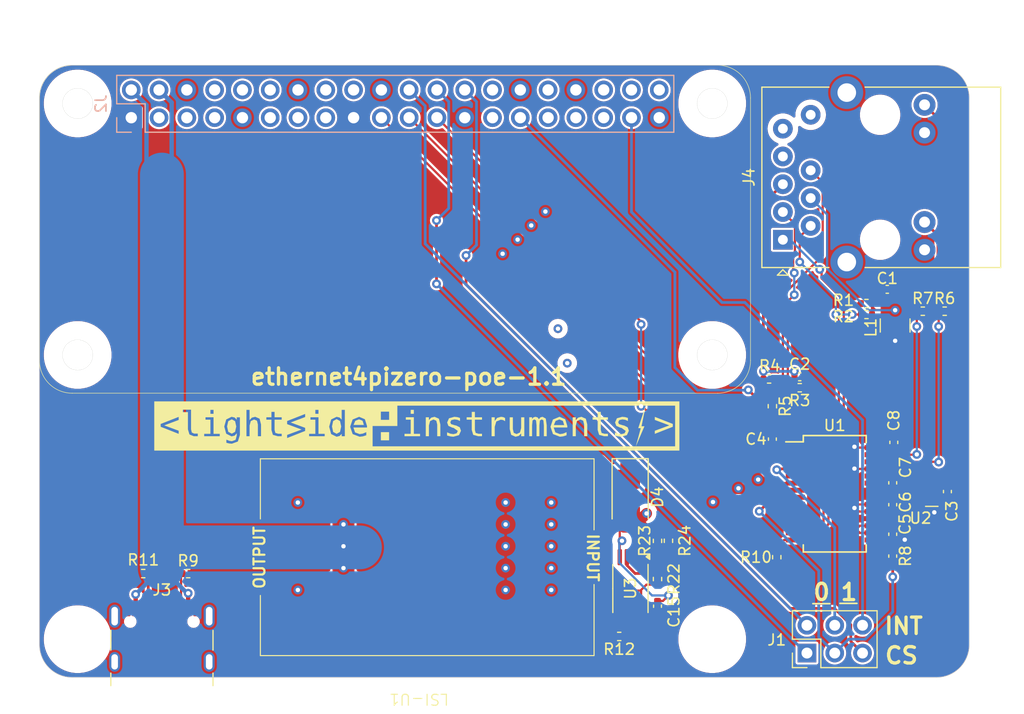
<source format=kicad_pcb>
(kicad_pcb (version 20240108) (generator "pcbnew") (generator_version "8.0")
  (title_block (title "ethernet4pizero-poe"))
  (layers (0 "F.Cu" signal) (1 "In1.Cu" power) (2 "In2.Cu" power) (31 "B.Cu" signal) (34 "B.Paste" user) (35 "F.Paste" user) (36 "B.SilkS" user "B.Silkscreen") (37 "F.SilkS" user "F.Silkscreen") (38 "B.Mask" user) (39 "F.Mask" user) (44 "Edge.Cuts" user))
  (net 0 "")
  (net 1 "GND")
  (net 2 "+3.3V")
  (net 3 "+5V")
  (net 4 "Net-(U1-VCAP)")
  (net 24 "/SI")
  (net 25 "/SO")
  (net 26 "/INT")
  (net 27 "/SCK")
  (net 28 "/CS0")
  (net 29 "/CS1")
  (net 32 "Net-(J3-CC1)")
  (net 36 "/CLKOUT")
  (net 37 "/TPIN-")
  (net 38 "/TPIN+")
  (net 39 "/TPOUT-")
  (net 40 "/TPOUT+")
  (net 42 "/LEDB")
  (net 43 "/LEDA")
  (net 45 "/CS")
  (net 46 "/INT0")
  (net 47 "/INT1")
  (net 49 "POE_V+")
  (net 50 "POE_V-")
  (net 53 "Net-(U1-CLKOUT)")
  (net 54 "Net-(U1-RBIAS)")
  (net 58 "Net-(U1-OSC1)")
  (net 59 "Net-(LSI-U1-S2)")
  (net 60 "Net-(U3-DET)")
  (net 61 "Net-(U3-ILIM)")
  (net 62 "Net-(U3-CLASS)")
  (net 64 "Net-(J3-CC2)")
  (net 65 "Net-(J4-TCT)")
  (net 66 "Net-(J4-RCT)")
  (net 68 "Net-(U3-PG)")
  (net 69 "Net-(J4-Pad14)")
  (net 70 "Net-(J4-Pad12)")
  (footprint "ice4pi:mount_hole" (layer "F.Cu") (at 53.5 52.5)
    (property "Reference" "" (hide yes))
    (property "Value" "" (hide yes))
  )
  (footprint "ice4pi:mount_hole" (layer "F.Cu") (at 53.5 101.5)
    (property "Reference" "" (hide yes))
    (property "Value" "" (hide yes))
  )
  (footprint "ice4pi:mount_hole" (layer "F.Cu") (at 111.5 101.5)
    (property "Reference" "" (hide yes))
    (property "Value" "" (hide yes))
  )
  (footprint "ice4pi:lsi-logo-48mm" (layer "F.Cu") (at 84.5 83.643333)
    (property "Reference" "svg2mod" (hide yes))
    (property "Value" "G***" (hide yes))
  )
  (footprint "Oscillator:Oscillator_SMD_Abracon_ASDMB-4Pin_2.5x2.0mm" (layer "F.Cu") (at 131 88 90)
    (property "Reference" "U2")
    (property "Value" "DSC1001DE1-025.0000")
  )
  (footprint "Capacitor_SMD:C_0402_1005Metric" (layer "F.Cu") (at 128 89.2 90)
    (property "Reference" "C6")
    (property "Value" "100 nF")
  )
  (footprint "Diode_SMD:D_SMA" (layer "F.Cu") (at 104 88.5 -90)
    (property "Reference" "D4")
    (property "Value" "SMAJ58A")
  )
  (footprint "Resistor_SMD:R_0402_1005Metric" (layer "F.Cu") (at 132.75 71.5)
    (property "Reference" "R6")
    (property "Value" "1K")
  )
  (footprint "Resistor_SMD:R_0402_1005Metric" (layer "F.Cu") (at 63.6 95.5)
    (property "Reference" "R9")
    (property "Value" "5.1K")
  )
  (footprint "Resistor_SMD:R_0402_1005Metric" (layer "F.Cu") (at 130.75 71.5)
    (property "Reference" "R7")
    (property "Value" "1K")
  )
  (footprint "Connector_USB:USB_C_Receptacle_GCT_USB4105-xx-A_16P_TopMnt_Horizontal" (layer "F.Cu") (at 61.2 102.5)
    (property "Reference" "J3")
    (property "Value" "USB_C_Receptacle_USB2.0")
  )
  (footprint "Resistor_SMD:R_0402_1005Metric" (layer "F.Cu") (at 125.6 71.8 180)
    (property "Reference" "R2")
    (property "Value" "50")
  )
  (footprint "Capacitor_SMD:C_0402_1005Metric" (layer "F.Cu") (at 127.5 69.5 180)
    (property "Reference" "C1")
    (property "Value" "100 nF")
  )
  (footprint "Capacitor_SMD:C_0402_1005Metric" (layer "F.Cu") (at 128 93.9 -90)
    (property "Reference" "R8")
    (property "Value" "10K")
  )
  (footprint "Resistor_SMD:R_0402_1005Metric" (layer "F.Cu") (at 117 80.19 -90)
    (property "Reference" "R5")
    (property "Value" "0")
  )
  (footprint "Resistor_SMD:R_0402_1005Metric" (layer "F.Cu") (at 59.49 95.5 180)
    (property "Reference" "R11")
    (property "Value" "5.1K")
  )
  (footprint "Resistor_SMD:R_0402_1005Metric" (layer "F.Cu") (at 125.6 70.8 180)
    (property "Reference" "R1")
    (property "Value" "50")
  )
  (footprint "Resistor_SMD:R_0402_1005Metric" (layer "F.Cu") (at 106.5 96 -90)
    (property "Reference" "R22")
    (property "Value" "24.9K")
  )
  (footprint "Capacitor_SMD:C_0402_1005Metric" (layer "F.Cu") (at 128 91.9 90)
    (property "Reference" "C5")
    (property "Value" "100 nF")
  )
  (footprint "ice4pi:mount_hole" (layer "F.Cu") (at 111.5 75.5)
    (property "Reference" "" (hide yes))
    (property "Value" "" (hide yes))
  )
  (footprint "Resistor_SMD:R_0402_1005Metric" (layer "F.Cu") (at 106.5 92.51 90)
    (property "Reference" "R23")
    (property "Value" "180K")
  )
  (footprint "ice4pi:mount_hole" (layer "F.Cu") (at 111.5 52.5)
    (property "Reference" "" (hide yes))
    (property "Value" "" (hide yes))
  )
  (footprint "Capacitor_SMD:C_0402_1005Metric" (layer "F.Cu") (at 128.1 83.5 90)
    (property "Reference" "C8")
    (property "Value" "100 nF")
  )
  (footprint "Resistor_SMD:R_0402_1005Metric" (layer "F.Cu") (at 117.4 94 -90)
    (property "Reference" "R10")
    (property "Value" "2.32K")
  )
  (footprint "Connector_RJ:RJ45_Abracon_ARJP11A-MA_Horizontal" (layer "F.Cu") (at 117.96 64.965 90)
    (property "Reference" "J4")
    (property "Value" "RJ45_Abracon_ARJP11A-MASA-B-A-EMU2")
  )
  (footprint "Package_SO:SSOP-28_5.3x10.2mm_P0.65mm" (layer "F.Cu") (at 122.7 88.2)
    (property "Reference" "U1")
    (property "Value" "ENC28J60x-SS")
  )
  (footprint "ice4pi:mount_hole" (layer "F.Cu") (at 53.5 75.5)
    (property "Reference" "" (hide yes))
    (property "Value" "" (hide yes))
  )
  (footprint "Package_SO:TSSOP-8_4.4x3mm_P0.65mm" (layer "F.Cu") (at 104.025 96.8625 -90)
    (property "Reference" "U3")
    (property "Value" "TPS2375-1")
  )
  (footprint "Capacitor_SMD:C_0402_1005Metric" (layer "F.Cu") (at 133 88 90)
    (property "Reference" "C3")
    (property "Value" "0.01uF")
  )
  (footprint "Capacitor_SMD:C_0402_1005Metric" (layer "F.Cu") (at 119.5 77.5)
    (property "Reference" "C2")
    (property "Value" "100 nF")
  )
  (footprint "Connector_PinHeader_2.54mm:PinHeader_2x03_P2.54mm_Vertical" (layer "F.Cu") (at 120.16 102.77 90)
    (property "Reference" "J1")
    (property "Value" "Conn_02x03")
  )
  (footprint "Capacitor_SMD:C_0402_1005Metric" (layer "F.Cu") (at 128 87.2 -90)
    (property "Reference" "C7")
    (property "Value" "100 nF")
  )
  (footprint "Resistor_SMD:R_0402_1005Metric" (layer "F.Cu") (at 116.7 77.7)
    (property "Reference" "R4")
    (property "Value" "50")
  )
  (footprint "Resistor_SMD:R_0402_1005Metric" (layer "F.Cu") (at 107.5 92.5 90)
    (property "Reference" "R24")
    (property "Value" "4.42K")
  )
  (footprint "lsi:lsi-powermodule-7" (layer "F.Cu") (at 96.7 100 180)
    (property "Reference" "LSI-U1")
    (property "Value" "lsi-powermodule-7")
  )
  (footprint "Resistor_SMD:R_0402_1005Metric" (layer "F.Cu") (at 103 101.25 180)
    (property "Reference" "R12")
    (property "Value" "332K")
  )
  (footprint "Resistor_SMD:R_0402_1005Metric" (layer "F.Cu") (at 119.5 78.5 180)
    (property "Reference" "R3")
    (property "Value" "50")
  )
  (footprint "Capacitor_SMD:C_0402_1005Metric" (layer "F.Cu") (at 117 83.2 90)
    (property "Reference" "C4")
    (property "Value" "10uF")
  )
  (footprint "Capacitor_SMD:C_0402_1005Metric" (layer "F.Cu") (at 106.5 98.48 90)
    (property "Reference" "C15")
    (property "Value" "100nF 100V")
  )
  (footprint "Inductor_SMD:L_1210_3225Metric" (layer "F.Cu") (at 128.221383 72.807111 90)
    (property "Reference" "L1")
    (property "Value" "L")
  )
  (footprint "ice4pi:PinSocket_2x20_P2.54mm_Vertical_1_04mm" (layer "B.Cu") (at 58.4 53.8 -90)
    (property "Reference" "J2")
    (property "Value" "Raspberry_Pi_2_3")
  )
  (gr_line (start 50 76) (end 50 52) (stroke (width 0.05)) (layer "F.SilkS"))
  (gr_line (start 112 79) (end 53 79) (stroke (width 0.05)) (layer "F.SilkS"))
  (gr_line (start 53 49) (end 112 49) (stroke (width 0.05)) (layer "F.SilkS"))
  (gr_arc (start 50 52) (mid 50.87868 49.87868) (end 53 49) (stroke (width 0.05)) (layer "F.SilkS"))
  (gr_line (start 120.7009 98.2506) (end 122.2503 98.2506) (stroke (width 0.15)) (layer "F.SilkS"))
  (gr_line (start 115 52) (end 115 76) (stroke (width 0.05)) (layer "F.SilkS"))
  (gr_line (start 123.1774 98.2252) (end 124.7268 98.2252) (stroke (width 0.15)) (layer "F.SilkS"))
  (gr_arc (start 115 76) (mid 114.12132 78.12132) (end 112 79) (stroke (width 0.05)) (layer "F.SilkS"))
  (gr_arc (start 53 79) (mid 50.87868 78.12132) (end 50 76) (stroke (width 0.05)) (layer "F.SilkS"))
  (gr_arc (start 112 49) (mid 114.12132 49.87868) (end 115 52) (stroke (width 0.05)) (layer "F.SilkS"))
  (gr_circle (center 111.5 75.5) (end 111.47 76.87) (stroke (width 0.05)) (fill none) (layer "Edge.Cuts"))
  (gr_arc (start 132 49) (mid 134.12132 49.87868) (end 135 52) (stroke (width 0.05)) (layer "Edge.Cuts"))
  (gr_arc (start 135 102) (mid 134.12132 104.12132) (end 132 105) (stroke (width 0.05)) (layer "Edge.Cuts"))
  (gr_arc (start 53 105) (mid 50.87868 104.12132) (end 50 102) (stroke (width 0.05)) (layer "Edge.Cuts"))
  (gr_arc (start 50 52) (mid 50.87868 49.87868) (end 53 49) (stroke (width 0.05)) (layer "Edge.Cuts"))
  (gr_line (start 50 102) (end 50 52) (stroke (width 0.05)) (layer "Edge.Cuts"))
  (gr_line (start 132 105) (end 53 105) (stroke (width 0.05)) (layer "Edge.Cuts"))
  (gr_line (start 135 52) (end 135 102) (stroke (width 0.05)) (layer "Edge.Cuts"))
  (gr_line (start 53 49) (end 132 49) (stroke (width 0.05)) (layer "Edge.Cuts"))
  (gr_circle (center 111.5 52.5) (end 111.47 53.87) (stroke (width 0.05)) (fill none) (layer "Edge.Cuts"))
  (gr_circle (center 53.5 75.5) (end 53.47 76.87) (stroke (width 0.05)) (fill none) (layer "Edge.Cuts"))
  (gr_circle (center 53.5 52.5) (end 53.47 53.87) (stroke (width 0.05)) (fill none) (layer "Edge.Cuts"))
  (gr_text "ethernet4pizero-poe-1.1" (at 83.75 77.5 0) (layer "F.SilkS") (effects (font (size 1.5 1.5) (thickness 0.3))))
  (gr_text "0" (at 121.5 97.2 0) (layer "F.SilkS") (effects (font (size 1.5 1.5) (thickness 0.3))))
  (gr_text "CS" (at 128.8 103 0) (layer "F.SilkS") (effects (font (size 1.5 1.5) (thickness 0.3))))
  (gr_text "1" (at 124 97.2 0) (layer "F.SilkS") (effects (font (size 1.5 1.5) (thickness 0.3))))
  (gr_text "INT\n" (at 129 100.3 0) (layer "F.SilkS") (effects (font (size 1.5 1.5) (thickness 0.3))))
  (segment (start 73.625015 97) (end 73.625015 97.994762) (width 2) (layer "F.Cu") (net 1))
  (segment (start 96.787024 89) (end 96.787024 88.001469) (width 2) (layer "F.Cu") (net 1))
  (segment (start 131.310732 66.285732) (end 130.91 65.885) (width 0.25) (layer "F.Cu") (net 1))
  (segment (start 73.625015 87.994762) (end 73.625015 89) (width 2) (layer "F.Cu") (net 1))
  (segment (start 96.787024 93) (end 96.787024 91) (width 2) (layer "F.Cu") (net 1))
  (segment (start 96.787024 95) (end 96.787024 93) (width 2) (layer "F.Cu") (net 1))
  (segment (start 96.787024 91) (end 96.787024 89) (width 2) (layer "F.Cu") (net 1))
  (segment (start 96.787024 97) (end 96.787024 95) (width 2) (layer "F.Cu") (net 1))
  (segment (start 126.3 88.525) (end 127.805 88.525) (width 0.4) (layer "F.Cu") (net 1))
  (segment (start 127.805 88.525) (end 128.1 88.82) (width 0.4) (layer "F.Cu") (net 1))
  (segment (start 73.625015 89) (end 73.625015 97) (width 2) (layer "F.Cu") (net 1))
  (segment (start 96.787024 98.001469) (end 96.787024 97) (width 2) (layer "F.Cu") (net 1))
  (via (at 96.787024 95) (size 0.8) (drill 0.4) (layers "F.Cu" "B.Cu") (net 1))
  (via (at 94.958 63.6558) (size 0.8) (drill 0.4) (layers "F.Cu" "B.Cu") (net 1))
  (via (at 113.9 87.7) (size 0.8) (drill 0.4) (layers "F.Cu" "B.Cu") (net 1))
  (via (at 93.7134 64.9512) (size 0.8) (drill 0.4) (layers "F.Cu" "B.Cu") (net 1))
  (via (at 96.2534 62.3858) (size 0.8) (drill 0.4) (layers "F.Cu" "B.Cu") (net 1))
  (via (at 111.5696 88.9542) (size 0.8) (drill 0.4) (layers "F.Cu" "B.Cu") (net 1))
  (via (at 96.787024 97) (size 0.8) (drill 0.4) (layers "F.Cu" "B.Cu") (net 1))
  (via (at 96.787024 89) (size 0.8) (drill 0.4) (layers "F.Cu" "B.Cu") (net 1))
  (via (at 96.787024 91) (size 0.8) (drill 0.4) (layers "F.Cu" "B.Cu") (net 1))
  (via (at 96.787024 93) (size 0.8) (drill 0.4) (layers "F.Cu" "B.Cu") (net 1))
  (via (at 73.625015 89) (size 0.8) (drill 0.4) (layers "F.Cu" "B.Cu") (net 1))
  (via (at 115.7 86.9) (size 0.8) (drill 0.4) (layers "F.Cu" "B.Cu") (net 1))
  (via (at 73.625015 97) (size 0.8) (drill 0.4) (layers "F.Cu" "B.Cu") (net 1))
  (via (at 92.3418 66.2466) (size 0.8) (drill 0.4) (layers "F.Cu" "B.Cu") (net 1))
  (segment (start 127.955 92.425) (end 128 92.38) (width 0.25) (layer "F.Cu") (net 2))
  (segment (start 129.92 89.68) (end 130.225 89.375) (width 0.2) (layer "F.Cu") (net 2))
  (segment (start 128.095 83.975) (end 128.1 83.98) (width 0.2) (layer "F.Cu") (net 2))
  (segment (start 131.775 89.875) (end 131.8 89.9) (width 0.2) (layer "F.Cu") (net 2))
  (segment (start 128.1 74.085728) (end 128.221383 74.207111) (width 0.2) (layer "F.Cu") (net 2))
  (segment (start 124.825 89.175) (end 124.5 89.5) (width 0.2) (layer "F.Cu") (net 2))
  (segment (start 124.525 85.925) (end 124.5 85.9) (width 0.2) (layer "F.Cu") (net 2))
  (segment (start 126.3 89.175) (end 124.825 89.175) (width 0.2) (layer "F.Cu") (net 2))
  (segment (start 126.3 85.925) (end 127.205 85.925) (width 0.2) (layer "F.Cu") (net 2))
  (segment (start 129.08 92.38) (end 129.1 92.4) (width 0.25) (layer "F.Cu") (net 2))
  (segment (start 128.1 74) (end 128.1 74.085728) (width 0.2) (layer "F.Cu") (net 2))
  (segment (start 132.12 88.48) (end 131.775 88.825) (width 0.2) (layer "F.Cu") (net 2))
  (segment (start 124.9 89.8) (end 124.925 89.825) (width 0.2) (layer "F.Cu") (net 2))
  (segment (start 127.205 85.925) (end 128 86.72) (width 0.2) (layer "F.Cu") (net 2))
  (segment (start 124.575 83.975) (end 124.5 83.9) (width 0.2) (layer "F.Cu") (net 2))
  (segment (start 128.1 89.78) (end 127.495 89.175) (width 0.2) (layer "F.Cu") (net 2))
  (segment (start 124.925 89.825) (end 126.3 89.825) (width 0.2) (layer "F.Cu") (net 2))
  (segment (start 126.3 83.975) (end 128.095 83.975) (width 0.2) (layer "F.Cu") (net 2))
  (segment (start 130.225 89.375) (end 130.225 88.825) (width 0.2) (layer "F.Cu") (net 2))
  (segment (start 131.775 88.825) (end 131.775 89.875) (width 0.2) (layer "F.Cu") (net 2))
  (segment (start 127.495 89.175) (end 126.3 89.175) (width 0.2) (layer "F.Cu") (net 2))
  (segment (start 131.775 88.825) (end 130.225 88.825) (width 0.2) (layer "F.Cu") (net 2))
  (segment (start 128 92.38) (end 129.08 92.38) (width 0.25) (layer "F.Cu") (net 2))
  (segment (start 126.3 85.925) (end 124.525 85.925) (width 0.2) (layer "F.Cu") (net 2))
  (segment (start 126.3 83.975) (end 124.575 83.975) (width 0.2) (layer "F.Cu") (net 2))
  (segment (start 124.5 89.5) (end 124.8 89.8) (width 0.2) (layer "F.Cu") (net 2))
  (segment (start 126.3 92.425) (end 127.955 92.425) (width 0.25) (layer "F.Cu") (net 2))
  (segment (start 128.1 89.78) (end 126.345 89.78) (width 0.2) (layer "F.Cu") (net 2))
  (segment (start 124.8 89.8) (end 124.9 89.8) (width 0.2) (layer "F.Cu") (net 2))
  (segment (start 133 88.48) (end 132.12 88.48) (width 0.2) (layer "F.Cu") (net 2))
  (segment (start 128 93.42) (end 128 92.38) (width 0.25) (layer "F.Cu") (net 2))
  (segment (start 128 89.68) (end 129.92 89.68) (width 0.2) (layer "F.Cu") (net 2))
  (segment (start 126.345 89.78) (end 126.3 89.825) (width 0.2) (layer "F.Cu") (net 2))
  (via (at 129.1 92.4) (size 0.8) (drill 0.4) (layers "F.Cu" "B.Cu") (net 2))
  (via (at 124.5 85.9) (size 0.8) (drill 0.4) (layers "F.Cu" "B.Cu") (net 2))
  (via (at 124.5 89.5) (size 0.8) (drill 0.4) (layers "F.Cu" "B.Cu") (net 2))
  (via (at 124.5 83.9) (size 0.8) (drill 0.4) (layers "F.Cu" "B.Cu") (net 2))
  (via (at 131.8 89.9) (size 0.8) (drill 0.4) (layers "F.Cu" "B.Cu") (net 2))
  (via (at 128.221383 74.207111) (size 0.8) (drill 0.4) (layers "F.Cu" "B.Cu") (net 2))
  (segment (start 77.795015 97.994762) (end 77.795015 87.994762) (width 2) (layer "F.Cu") (net 3))
  (segment (start 58.8 98.82) (end 58.8 97.4) (width 0.4) (layer "F.Cu") (net 3))
  (segment (start 63.6 98.82) (end 63.6 97.3) (width 0.4) (layer "F.Cu") (net 3))
  (via (at 77.795015 93) (size 0.8) (drill 0.4) (layers "F.Cu" "B.Cu") (net 3))
  (via (at 63.6 97.3) (size 0.8) (drill 0.4) (layers "F.Cu" "B.Cu") (net 3))
  (via (at 77.795015 91) (size 0.8) (drill 0.4) (layers "F.Cu" "B.Cu") (net 3))
  (via (at 58.8 97.4) (size 0.8) (drill 0.4) (layers "F.Cu" "B.Cu") (net 3))
  (via (at 77.795015 95) (size 0.8) (drill 0.4) (layers "F.Cu" "B.Cu") (net 3))
  (segment (start 79.2 93) (end 77.795015 93) (width 1) (layer "B.Cu") (net 3))
  (segment (start 61.2 95) (end 61.2 59) (width 4) (layer "B.Cu") (net 3))
  (segment (start 59.790489 52.650489) (end 59.790489 58.590489) (width 0.4) (layer "B.Cu") (net 3))
  (segment (start 79.3 93.1) (end 79.2 93) (width 1) (layer "B.Cu") (net 3))
  (segment (start 58.8 97.4) (end 61.2 95) (width 0.4) (layer "B.Cu") (net 3))
  (segment (start 61.2 95) (end 63.1 93.1) (width 0.4) (layer "B.Cu") (net 3))
  (segment (start 63.5 97.3) (end 61.2 95) (width 0.4) (layer "B.Cu") (net 3))
  (segment (start 63.1 93.1) (end 79.3 93.1) (width 4) (layer "B.Cu") (net 3))
  (segment (start 62.089511 59.110489) (end 61.2 60) (width 0.4) (layer "B.Cu") (net 3))
  (segment (start 60.94 51.26) (end 62.089511 52.409511) (width 0.4) (layer "B.Cu") (net 3))
  (segment (start 62.089511 52.409511) (end 62.089511 59.110489) (width 0.4) (layer "B.Cu") (net 3))
  (segment (start 63.6 97.3) (end 63.5 97.3) (width 0.4) (layer "B.Cu") (net 3))
  (segment (start 58.4 51.26) (end 59.790489 52.650489) (width 0.4) (layer "B.Cu") (net 3))
  (segment (start 59.790489 58.590489) (end 61.2 60) (width 0.4) (layer "B.Cu") (net 3))
  (segment (start 117.355 83.975) (end 117 83.62) (width 0.2) (layer "F.Cu") (net 4))
  (segment (start 119.1 83.975) (end 117.355 83.975) (width 0.2) (layer "F.Cu") (net 4))
  (segment (start 115.335 87.875) (end 81.26 53.8) (width 0.2) (layer "F.Cu") (net 24))
  (segment (start 119.1 87.875) (end 115.335 87.875) (width 0.2) (layer "F.Cu") (net 24))
  (segment (start 119.1 87.225) (end 117.225 87.225) (width 0.2) (layer "F.Cu") (net 25))
  (segment (start 117.225 87.225) (end 83.8 53.8) (width 0.2) (layer "F.Cu") (net 25))
  (segment (start 119.1 85.925) (end 117.475 85.925) (width 0.25) (layer "F.Cu") (net 26))
  (segment (start 117.475 85.925) (end 117.4 86) (width 0.25) (layer "F.Cu") (net 26))
  (via (at 117.4 86) (size 0.8) (drill 0.4) (layers "F.Cu" "B.Cu") (net 26))
  (segment (start 117.4 86) (end 122.7 91.3) (width 0.25) (layer "B.Cu") (net 26))
  (segment (start 122.7 91.3) (end 122.7 100.23) (width 0.25) (layer "B.Cu") (net 26))
  (segment (start 105 72.7) (end 105 72.46) (width 0.2) (layer "F.Cu") (net 27))
  (segment (start 119.1 88.525) (end 113.425 88.525) (width 0.2) (layer "F.Cu") (net 27))
  (segment (start 105.1 80.2) (end 105 80.2) (width 0.2) (layer "F.Cu") (net 27))
  (segment (start 105 72.46) (end 86.34 53.8) (width 0.2) (layer "F.Cu") (net 27))
  (segment (start 113.425 88.525) (end 105.1 80.2) (width 0.2) (layer "F.Cu") (net 27))
  (via (at 105 72.7) (size 0.8) (drill 0.4) (layers "F.Cu" "B.Cu") (net 27))
  (via (at 105 80.2) (size 0.8) (drill 0.4) (layers "F.Cu" "B.Cu") (net 27))
  (segment (start 105 80.2) (end 105 72.7) (width 0.2) (layer "B.Cu") (net 27))
  (segment (start 86.3 63.2) (end 86.3 69) (width 0.25) (layer "F.Cu") (net 28))
  (via (at 86.3 63.2) (size 0.8) (drill 0.4) (layers "F.Cu" "B.Cu") (net 28))
  (via (at 86.3 69) (size 0.8) (drill 0.4) (layers "F.Cu" "B.Cu") (net 28))
  (segment (start 86.3 63.2) (end 87.414511 62.085489) (width 0.25) (layer "B.Cu") (net 28))
  (segment (start 120.07 102.77) (end 86.3 69) (width 0.25) (layer "B.Cu") (net 28))
  (segment (start 87.414511 62.085489) (end 87.414511 52.334511) (width 0.25) (layer "B.Cu") (net 28))
  (segment (start 87.414511 52.334511) (end 86.34 51.26) (width 0.25) (layer "B.Cu") (net 28))
  (segment (start 120.16 102.77) (end 120.07 102.77) (width 0.25) (layer "B.Cu") (net 28))
  (segment (start 118.6308 98.6824) (end 89 69.0516) (width 0.25) (layer "F.Cu") (net 29))
  (segment (start 122.671989 98.6824) (end 118.6308 98.6824) (width 0.25) (layer "F.Cu") (net 29))
  (segment (start 124.165489 101.695489) (end 124.165489 100.1759) (width 0.25) (layer "F.Cu") (net 29))
  (segment (start 124.165489 100.1759) (end 122.671989 98.6824) (width 0.25) (layer "F.Cu") (net 29))
  (segment (start 125.24 102.77) (end 124.165489 101.695489) (width 0.25) (layer "F.Cu") (net 29))
  (segment (start 89 69.0516) (end 89 66.4) (width 0.25) (layer "F.Cu") (net 29))
  (via (at 89 66.4) (size 0.8) (drill 0.4) (layers "F.Cu" "B.Cu") (net 29))
  (segment (start 89.954511 52.334511) (end 88.88 51.26) (width 0.25) (layer "B.Cu") (net 29))
  (segment (start 89 66.4) (end 89.954511 65.445489) (width 0.25) (layer "B.Cu") (net 29))
  (segment (start 89.954511 65.445489) (end 89.954511 52.334511) (width 0.25) (layer "B.Cu") (net 29))
  (segment (start 60 95.88) (end 60 95.5) (width 0.25) (layer "F.Cu") (net 32))
  (segment (start 59.95 95.93) (end 60 95.88) (width 0.25) (layer "F.Cu") (net 32))
  (segment (start 59.95 98.82) (end 59.95 95.93) (width 0.25) (layer "F.Cu") (net 32))
  (segment (start 115.78 79.68) (end 114.8 78.7) (width 0.25) (layer "F.Cu") (net 36))
  (segment (start 117 79.68) (end 115.78 79.68) (width 0.25) (layer "F.Cu") (net 36))
  (via (at 114.8 78.7) (size 0.8) (drill 0.4) (layers "F.Cu" "B.Cu") (net 36))
  (segment (start 110.164359 78.724521) (end 108.0898 76.649962) (width 0.25) (layer "B.Cu") (net 36))
  (segment (start 114.775479 78.724521) (end 110.164359 78.724521) (width 0.25) (layer "B.Cu") (net 36))
  (segment (start 108.0898 76.649962) (end 108.0898 67.9298) (width 0.25) (layer "B.Cu") (net 36))
  (segment (start 114.8 78.7) (end 114.775479 78.724521) (width 0.25) (layer "B.Cu") (net 36))
  (segment (start 108.0898 67.9298) (end 93.96 53.8) (width 0.25) (layer "B.Cu") (net 36))
  (segment (start 121.675 90.8068) (end 121.675 82.175) (width 0.2) (layer "F.Cu") (net 37))
  (segment (start 119.75 91.125) (end 119.85 91.225) (width 0.2) (layer "F.Cu") (net 37))
  (segment (start 117.96 77.76) (end 117.96 70.04) (width 0.2) (layer "F.Cu") (net 37))
  (segment (start 120.412501 91.125) (end 120.512501 91.225) (width 0.2) (layer "F.Cu") (net 37))
  (segment (start 121.6 59.715) (end 120.5 58.615) (width 0.2) (layer "F.Cu") (net 37))
  (segment (start 117.96 70.04) (end 121.6 66.4) (width 0.2) (layer "F.Cu") (net 37))
  (segment (start 117.9 77.7) (end 117.21 77.7) (width 0.2) (layer "F.Cu") (net 37))
  (segment (start 117.96 78.46) (end 117.96 77.76) (width 0.2) (layer "F.Cu") (net 37))
  (segment (start 119.1 91.125) (end 120.412501 91.125) (width 0.2) (layer "F.Cu") (net 37))
  (segment (start 121.675 82.175) (end 117.96 78.46) (width 0.2) (layer "F.Cu") (net 37))
  (segment (start 117.9 77.7) (end 117.96 77.76) (width 0.2) (layer "F.Cu") (net 37))
  (segment (start 121.2568 91.225) (end 121.675 90.8068) (width 0.2) (layer "F.Cu") (net 37))
  (segment (start 121.6 66.4) (end 121.6 59.715) (width 0.2) (layer "F.Cu") (net 37))
  (segment (start 120.512501 91.225) (end 121.2568 91.225) (width 0.2) (layer "F.Cu") (net 37))
  (segment (start 119.06 66.065) (end 119.06 63.525) (width 0.2) (layer "F.Cu") (net 38))
  (segment (start 118.9 66.225) (end 119.06 66.065) (width 0.2) (layer "F.Cu") (net 38))
  (segment (start 120.412501 91.775) (end 120.512501 91.675) (width 0.2) (layer "F.Cu") (net 38))
  (segment (start 118.9 67.9) (end 118.9 66.225) (width 0.2) (layer "F.Cu") (net 38))
  (segment (start 118.410001 77.891801) (end 118.410001 77.689999) (width 0.2) (layer "F.Cu") (net 38))
  (segment (start 120.512501 91.675) (end 121.4432 91.675) (width 0.2) (layer "F.Cu") (net 38))
  (segment (start 119 68) (end 118.9 67.9) (width 0.2) (layer "F.Cu") (net 38))
  (segment (start 122.125 90.9932) (end 122.125 81.6068) (width 0.2) (layer "F.Cu") (net 38))
  (segment (start 122.125 81.6068) (end 118.410001 77.891801) (width 0.2) (layer "F.Cu") (net 38))
  (segment (start 119.1 91.775) (end 120.412501 91.775) (width 0.2) (layer "F.Cu") (net 38))
  (segment (start 119 70) (end 118.410001 70.589999) (width 0.2) (layer "F.Cu") (net 38))
  (segment (start 121.4432 91.675) (end 122.125 90.9932) (width 0.2) (layer "F.Cu") (net 38))
  (segment (start 118.410001 70.589999) (end 118.410001 77.689999) (width 0.2) (layer "F.Cu") (net 38))
  (segment (start 119.75 91.775) (end 119.85 91.675) (width 0.2) (layer "F.Cu") (net 38))
  (segment (start 119.06 63.525) (end 117.96 62.425) (width 0.2) (layer "F.Cu") (net 38))
  (via (at 119 70) (size 0.8) (drill 0.4) (layers "F.Cu" "B.Cu") (net 38))
  (via (at 119 68) (size 0.8) (drill 0.4) (layers "F.Cu" "B.Cu") (net 38))
  (segment (start 119 70) (end 119 68) (width 0.2) (layer "B.Cu") (net 38))
  (segment (start 125.09 71.8) (end 124.3 71.8) (width 0.2) (layer "F.Cu") (net 39))
  (segment (start 119.5 64.695) (end 119.5 67) (width 0.2) (layer "F.Cu") (net 39))
  (segment (start 123.98762 91.675) (end 123.075 90.76238) (width 0.2) (layer "F.Cu") (net 39))
  (segment (start 123.075 72.075) (end 122.8 71.8) (width 0.2) (layer "F.Cu") (net 39))
  (segment (start 120.5 63.695) (end 119.5 64.695) (width 0.2) (layer "F.Cu") (net 39))
  (segment (start 124.887499 91.675) (end 123.98762 91.675) (width 0.2) (layer "F.Cu") (net 39))
  (segment (start 120.110001 64.084999) (end 120.5 63.695) (width 0.2) (layer "F.Cu") (net 39))
  (segment (start 124.987499 91.775) (end 124.887499 91.675) (width 0.2) (layer "F.Cu") (net 39))
  (segment (start 123.075 90.76238) (end 123.075 72.075) (width 0.2) (layer "F.Cu") (net 39))
  (segment (start 126.3 91.775) (end 124.987499 91.775) (width 0.2) (layer "F.Cu") (net 39))
  (via (at 119.5 67) (size 0.8) (drill 0.4) (layers "F.Cu" "B.Cu") (net 39))
  (via (at 122.8 71.8) (size 0.8) (drill 0.4) (layers "F.Cu" "B.Cu") (net 39))
  (via (at 124.3 71.8) (size 0.8) (drill 0.4) (layers "F.Cu" "B.Cu") (net 39))
  (segment (start 124.3 71.8) (end 122.8 71.8) (width 0.2) (layer "B.Cu") (net 39))
  (segment (start 122.8 71.8) (end 122.8 70.3) (width 0.2) (layer "B.Cu") (net 39))
  (segment (start 122.8 70.3) (end 119.5 67) (width 0.2) (layer "B.Cu") (net 39))
  (segment (start 123.525 90.57598) (end 123.525 70.8068) (width 0.2) (layer "F.Cu") (net 40))
  (segment (start 123.525 70.525) (end 121.5 68.5) (width 0.2) (layer "F.Cu") (net 40))
  (segment (start 124.987499 91.125) (end 124.887499 91.225) (width 0.2) (layer "F.Cu") (net 40))
  (segment (start 121.5 67.842552) (end 121.328724 67.671276) (width 0.2) (layer "F.Cu") (net 40))
  (segment (start 125.55 91.225) (end 125.65 91.125) (width 0.2) (layer "F.Cu") (net 40))
  (segment (start 124.887499 91.225) (end 124.17402 91.225) (width 0.2) (layer "F.Cu") (net 40))
  (segment (start 124.17402 91.225) (end 123.525 90.57598) (width 0.2) (layer "F.Cu") (net 40))
  (segment (start 126.3 91.125) (end 124.987499 91.125) (width 0.2) (layer "F.Cu") (net 40))
  (segment (start 121.5 68.5) (end 121.5 67.842552) (width 0.2) (layer "F.Cu") (net 40))
  (segment (start 125.09 70.8) (end 123.5318 70.8) (width 0.2) (layer "F.Cu") (net 40))
  (segment (start 123.525 70.8068) (end 123.525 70.525) (width 0.2) (layer "F.Cu") (net 40))
  (segment (start 123.5318 70.8) (end 123.525 70.8068) (width 0.2) (layer "F.Cu") (net 40))
  (via (at 121.328724 67.671276) (size 0.8) (drill 0.4) (layers "F.Cu" "B.Cu") (net 40))
  (segment (start 118.622448 64.965) (end 117.96 64.965) (width 0.2) (layer "B.Cu") (net 40))
  (segment (start 121.328724 67.671276) (end 118.622448 64.965) (width 0.2) (layer "B.Cu") (net 40))
  (segment (start 132.175 85.275) (end 132.2 85.3) (width 0.2) (layer "F.Cu") (net 42))
  (segment (start 132.2 71.54) (end 132.24 71.5) (width 0.2) (layer "F.Cu") (net 42))
  (segment (start 126.3 85.275) (end 132.175 85.275) (width 0.2) (layer "F.Cu") (net 42))
  (segment (start 132.2 72.9) (end 132.2 71.54) (width 0.2) (layer "F.Cu") (net 42))
  (via (at 132.2 85.3) (size 0.8) (drill 0.4) (layers "F.Cu" "B.Cu") (net 42))
  (via (at 132.2 72.9) (size 0.8) (drill 0.4) (layers "F.Cu" "B.Cu") (net 42))
  (segment (start 132.2 85.3) (end 132.2 72.9) (width 0.2) (layer "B.Cu") (net 42))
  (segment (start 130.2 72.9) (end 130.2 71.54) (width 0.2) (layer "F.Cu") (net 43))
  (segment (start 126.3 84.625) (end 130.175 84.625) (width 0.2) (layer "F.Cu") (net 43))
  (segment (start 130.2 71.54) (end 130.24 71.5) (width 0.2) (layer "F.Cu") (net 43))
  (segment (start 130.175 84.625) (end 130.2 84.6) (width 0.2) (layer "F.Cu") (net 43))
  (via (at 130.2 72.9) (size 0.8) (drill 0.4) (layers "F.Cu" "B.Cu") (net 43))
  (via (at 130.2 84.6) (size 0.8) (drill 0.4) (layers "F.Cu" "B.Cu") (net 43))
  (segment (start 130.2 84.6) (end 130.2 72.9) (width 0.2) (layer "B.Cu") (net 43))
  (segment (start 116.425 89.175) (end 115.8 89.8) (width 0.25) (layer "F.Cu") (net 45))
  (segment (start 119.1 89.175) (end 116.425 89.175) (width 0.25) (layer "F.Cu") (net 45))
  (segment (start 128 94.38) (end 128 95.8) (width 0.25) (layer "F.Cu") (net 45))
  (via (at 115.8 89.8) (size 0.8) (drill 0.4) (layers "F.Cu" "B.Cu") (net 45))
  (via (at 128 95.8) (size 0.8) (drill 0.4) (layers "F.Cu" "B.Cu") (net 45))
  (segment (start 121.234511 95.234511) (end 121.234511 101.304511) (width 0.25) (layer "B.Cu") (net 45))
  (segment (start 128 95.8) (end 128 98.989589) (width 0.25) (layer "B.Cu") (net 45))
  (segment (start 128 98.989589) (end 125.489589 101.5) (width 0.25) (layer "B.Cu") (net 45))
  (segment (start 115.8 89.8) (end 121.234511 95.234511) (width 0.25) (layer "B.Cu") (net 45))
  (segment (start 121.234511 101.304511) (end 122.7 102.77) (width 0.25) (layer "B.Cu") (net 45))
  (segment (start 123.97 101.5) (end 122.7 102.77) (width 0.25) (layer "B.Cu") (net 45))
  (segment (start 125.489589 101.5) (end 123.97 101.5) (width 0.25) (layer "B.Cu") (net 45))
  (segment (start 85.265489 65.335489) (end 85.265489 52.725489) (width 0.25) (layer "B.Cu") (net 46))
  (segment (start 120.16 100.23) (end 85.265489 65.335489) (width 0.25) (layer "B.Cu") (net 46))
  (segment (start 85.265489 52.725489) (end 83.8 51.26) (width 0.25) (layer "B.Cu") (net 46))
  (segment (start 114.483193 70.7) (end 112.4 70.7) (width 0.25) (layer "B.Cu") (net 47))
  (segment (start 125.24 100.23) (end 125.24 81.456807) (width 0.25) (layer "B.Cu") (net 47))
  (segment (start 125.24 81.456807) (end 114.483193 70.7) (width 0.25) (layer "B.Cu") (net 47))
  (segment (start 112.4 70.7) (end 104.12 62.42) (width 0.25) (layer "B.Cu") (net 47))
  (segment (start 104.12 62.42) (end 104.12 53.8) (width 0.25) (layer "B.Cu") (net 47))
  (segment (start 102 94.5) (end 102 88.5) (width 0.2) (layer "F.Cu") (net 49))
  (segment (start 101 85.5) (end 102 86.5) (width 1) (layer "F.Cu") (net 49))
  (segment (start 102 86.5) (end 104 86.5) (width 1) (layer "F.Cu") (net 49))
  (segment (start 92.617024 88.001469) (end 92.617024 87.782976) (width 1) (layer "F.Cu") (net 49))
  (segment (start 105 97.114536) (end 104.942732 97.057268) (width 0.2) (layer "F.Cu") (net 49))
  (segment (start 92.617024 97) (end 92.617024 98.001469) (width 2) (layer "F.Cu") (net 49))
  (segment (start 92.617024 89) (end 92.617024 91) (width 2) (layer "F.Cu") (net 49))
  (segment (start 92.617024 93) (end 92.617024 95) (width 2) (layer "F.Cu") (net 49))
  (segment (start 117.695 54.805) (end 117.96 54.805) (width 1) (layer "F.Cu") (net 49))
  (segment (start 104.557268 97.057268) (end 102 94.5) (width 0.2) (layer "F.Cu") (net 49))
  (segment (start 105.49 96.51) (end 106.5 96.51) (width 0.2) (layer "F.Cu") (net 49))
  (segment (start 105 99.725) (end 105 97.114536) (width 0.2) (layer "F.Cu") (net 49))
  (segment (start 92.617024 95) (end 92.617024 97) (width 2) (layer "F.Cu") (net 49))
  (segment (start 104.942732 97.057268) (end 104.557268 97.057268) (width 0.2) (layer "F.Cu") (net 49))
  (segment (start 92.617024 91) (end 92.617024 93) (width 2) (layer "F.Cu") (net 49))
  (segment (start 104.942732 97.057268) (end 105.49 96.51) (width 0.2) (layer "F.Cu") (net 49))
  (segment (start 92.617024 88.001469) (end 92.617024 89) (width 2) (layer "F.Cu") (net 49))
  (segment (start 102 88.5) (end 104 86.5) (width 0.2) (layer "F.Cu") (net 49))
  (segment (start 94.9 85.5) (end 101 85.5) (width 1) (layer "F.Cu") (net 49))
  (segment (start 105.735 99.725) (end 106.5 98.96) (width 0.2) (layer "F.Cu") (net 49))
  (segment (start 105 99.725) (end 105.735 99.725) (width 0.2) (layer "F.Cu") (net 49))
  (segment (start 92.617024 87.782976) (end 94.9 85.5) (width 1) (layer "F.Cu") (net 49))
  (via (at 92.617024 93) (size 0.8) (drill 0.4) (layers "F.Cu" "B.Cu") (net 49))
  (via (at 92.617024 91) (size 0.8) (drill 0.4) (layers "F.Cu" "B.Cu") (net 49))
  (via (at 92.617024 95) (size 0.8) (drill 0.4) (layers "F.Cu" "B.Cu") (net 49))
  (via (at 92.617024 89) (size 0.8) (drill 0.4) (layers "F.Cu" "B.Cu") (net 49))
  (via (at 92.617024 97) (size 0.8) (drill 0.4) (layers "F.Cu" "B.Cu") (net 49))
  (segment (start 105 90.5) (end 105.5 90) (width 1) (layer "F.Cu") (net 50))
  (segment (start 107.49 92) (end 107.5 91.99) (width 0.2) (layer "F.Cu") (net 50))
  (segment (start 103.05 91.45) (end 103.05 94) (width 0.2) (layer "F.Cu") (net 50))
  (segment (start 105 90.5) (end 106.5 92) (width 0.2) (layer "F.Cu") (net 50))
  (segment (start 104 90.5) (end 105 90.5) (width 0.2) (layer "F.Cu") (net 50))
  (segment (start 107 98) (end 106.5 98) (width 0.2) (layer "F.Cu") (net 50))
  (segment (start 104 90.5) (end 103.05 91.45) (width 0.2) (layer "F.Cu") (net 50))
  (segment (start 106.5 92) (end 107.49 92) (width 0.2) (layer "F.Cu") (net 50))
  (segment (start 107.5 97.5) (end 107 98) (width 0.2) (layer "F.Cu") (net 50))
  (via (at 103.25 92.5) (size 0.8) (drill 0.4) (layers "F.Cu" "B.Cu") (net 50))
  (via (at 107.5 97.5) (size 0.8) (drill 0.4) (layers "F.Cu" "B.Cu") (net 50))
  (via (at 98.25 76.25) (size 0.8) (drill 0.4) (layers "F.Cu" "B.Cu") (net 50))
  (via (at 105.5 90) (size 0.8) (drill 0.4) (layers "F.Cu" "B.Cu") (net 50))
  (via (at 97.4 73.1) (size 0.8) (drill 0.4) (layers "F.Cu" "B.Cu") (net 50))
  (segment (start 103 92.75) (end 103.25 92.5) (width 0.2) (layer "B.Cu") (net 50))
  (segment (start 106 97.5) (end 103 94.5) (width 0.2) (layer "B.Cu") (net 50))
  (segment (start 107.5 97.5) (end 106 97.5) (width 0.2) (layer "B.Cu") (net 50))
  (segment (start 103 94.5) (end 103 92.75) (width 0.2) (layer "B.Cu") (net 50))
  (segment (start 116.3 84.7) (end 115.7 84.1) (width 0.25) (layer "F.Cu") (net 53))
  (segment (start 115.7 84.1) (end 115.7 81.5) (width 0.25) (layer "F.Cu") (net 53))
  (segment (start 116.5 80.7) (end 117 80.7) (width 0.25) (layer "F.Cu") (net 53))
  (segment (start 115.7 81.5) (end 116.5 80.7) (width 0.25) (layer "F.Cu") (net 53))
  (segment (start 119.1 85.275) (end 117.769491 85.275) (width 0.25) (layer "F.Cu") (net 53))
  (segment (start 117.194491 84.7) (end 116.3 84.7) (width 0.25) (layer "F.Cu") (net 53))
  (segment (start 117.769491 85.275) (end 117.194491 84.7) (width 0.25) (layer "F.Cu") (net 53))
  (segment (start 117.4 93.1) (end 117.4 93.49) (width 0.2) (layer "F.Cu") (net 54))
  (segment (start 118.075 92.425) (end 117.4 93.1) (width 0.2) (layer "F.Cu") (net 54))
  (segment (start 119.1 92.425) (end 118.075 92.425) (width 0.2) (layer "F.Cu") (net 54))
  (segment (start 130.20048 87.19952) (end 126.32548 87.19952) (width 0.2) (layer "F.Cu") (net 58))
  (segment (start 130.225 87.175) (end 130.20048 87.19952) (width 0.2) (layer "F.Cu") (net 58))
  (segment (start 126.32548 87.19952) (end 126.3 87.225) (width 0.2) (layer "F.Cu") (net 58))
  (segment (start 102.49 101.25) (end 101.99 100.75) (width 0.25) (layer "F.Cu") (net 59))
  (segment (start 92.615555 100) (end 91.4 100) (width 0.25) (layer "F.Cu") (net 59))
  (segment (start 93.365555 100.75) (end 92.615555 100) (width 0.25) (layer "F.Cu") (net 59))
  (segment (start 101.99 100.75) (end 93.365555 100.75) (width 0.25) (layer "F.Cu") (net 59))
  (segment (start 103.7 94) (end 103.7 94.737499) (width 0.25) (layer "F.Cu") (net 60))
  (segment (start 103.7 94.737499) (end 104.452501 95.49) (width 0.25) (layer "F.Cu") (net 60))
  (segment (start 104.452501 95.49) (end 106.5 95.49) (width 0.25) (layer "F.Cu") (net 60))
  (segment (start 105.52 94) (end 106.5 93.02) (width 0.25) (layer "F.Cu") (net 61))
  (segment (start 105 94) (end 105.52 94) (width 0.25) (layer "F.Cu") (net 61))
  (segment (start 104.35 94.737499) (end 104.575001 94.9625) (width 0.25) (layer "F.Cu") (net 62))
  (segment (start 104.575001 94.9625) (end 105.5475 94.9625) (width 0.25) (layer "F.Cu") (net 62))
  (segment (start 105.5475 94.9625) (end 107.5 93.01) (width 0.25) (layer "F.Cu") (net 62))
  (segment (start 104.35 94) (end 104.35 94.737499) (width 0.25) (layer "F.Cu") (net 62))
  (segment (start 62.95 98.82) (end 62.95 95.64) (width 0.2) (layer "F.Cu") (net 64))
  (segment (start 62.95 95.64) (end 63.09 95.5) (width 0.2) (layer "F.Cu") (net 64))
  (segment (start 126.427111 71.407111) (end 128.221383 71.407111) (width 0.2) (layer "F.Cu") (net 65))
  (segment (start 128.221383 71.407111) (end 128.1 71.285728) (width 0.2) (layer "F.Cu") (net 65))
  (segment (start 126.22 71.2) (end 126.11 71.31) (width 0.2) (layer "F.Cu") (net 65))
  (segment (start 128.1 71.285728) (end 128.1 69.82) (width 0.2) (layer "F.Cu") (net 65))
  (segment (start 126.22 71.2) (end 126.427111 71.407111) (width 0.2) (layer "F.Cu") (net 65))
  (segment (start 126.11 71.31) (end 126.11 70.8) (width 0.2) (layer "F.Cu") (net 65))
  (segment (start 128.1 69.82) (end 128.08 69.8) (width 0.2) (layer "F.Cu") (net 65))
  (segment (start 126.11 71.8) (end 126.11 71.31) (width 0.2) (layer "F.Cu") (net 65))
  (via (at 128.221383 71.407111) (size 0.8) (drill 0.4) (layers "F.Cu" "B.Cu") (net 65))
  (segment (start 122 62.655) (end 120.5 61.155) (width 0.2) (layer "B.Cu") (net 65))
  (segment (start 128.221383 71.407111) (end 125.797947 71.407111) (width 0.2) (layer "B.Cu") (net 65))
  (segment (start 122 67.609164) (end 122 62.655) (width 0.2) (layer "B.Cu") (net 65))
  (segment (start 125.797947 71.407111) (end 122 67.609164) (width 0.2) (layer "B.Cu") (net 65))
  (segment (start 119.02 77.5) (end 119.02 77.009999) (width 0.25) (layer "F.Cu") (net 66))
  (segment (start 119.02 77.009999) (end 119.010001 77) (width 0.25) (layer "F.Cu") (net 66))
  (segment (start 116.19 74.19) (end 116.19 77) (width 0.25) (layer "F.Cu") (net 66))
  (segment (start 117.96 59.885) (end 116.175 61.67) (width 0.25) (layer "F.Cu") (net 66))
  (segment (start 120.01 78.5) (end 120.01 78.49) (width 0.25) (layer "F.Cu") (net 66))
  (segment (start 120.01 78.49) (end 119.02 77.5) (width 0.25) (layer "F.Cu") (net 66))
  (segment (start 116.19 77) (end 116.19 77.7) (width 0.25) (layer "F.Cu") (net 66))
  (segment (start 116.175 74.175) (end 116.19 74.19) (width 0.25) (layer "F.Cu") (net 66))
  (segment (start 116.175 61.67) (end 116.175 74.175) (width 0.25) (layer "F.Cu") (net 66))
  (via (at 119.010001 77) (size 0.8) (drill 0.4) (layers "F.Cu" "B.Cu") (net 66))
  (via (at 116.19 77) (size 0.8) (drill 0.4) (layers "F.Cu" "B.Cu") (net 66))
  (segment (start 119.010001 77) (end 116.19 77) (width 0.25) (layer "B.Cu") (net 66))
  (segment (start 103.5 101.26) (end 103.7 101.06) (width 0.25) (layer "F.Cu") (net 68))
  (segment (start 103.7 101.06) (end 103.7 99.725) (width 0.25) (layer "F.Cu") (net 68))
  (segment (start 133.709536 71.050464) (end 133.709536 55.424536) (width 0.25) (layer "F.Cu") (net 69))
  (segment (start 133.709536 55.424536) (end 130.91 52.625) (width 0.25) (layer "F.Cu") (net 69))
  (segment (start 131.556431 52.925) (end 130.22 52.925) (width 0.2) (layer "F.Cu") (net 69))
  (segment (start 133.26 71.5) (end 133.709536 71.050464) (width 0.25) (layer "F.Cu") (net 69))
  (segment (start 132.135 70.625) (end 132.135 64.57) (width 0.25) (layer "F.Cu") (net 70))
  (segment (start 132.135 64.57) (end 130.91 63.345) (width 0.25) (layer "F.Cu") (net 70))
  (segment (start 131.26 71.5) (end 132.135 70.625) (width 0.25) (layer "F.Cu") (net 70))
  (zone (net 1) (net_name "GND") (layer "F.Cu") (connect_pads yes (clearance 0.2)) (min_thickness 0.254) (fill yes (thermal_gap 0.508) (thermal_bridge_width 0.508))
    (polygon (pts (xy 46.88 48) (xy 137.05 48) (xy 137.05 106.5) (xy 46.88 106.5)))
  )
  (zone (net 2) (net_name "+3.3V") (layer "B.Cu") (connect_pads yes (clearance 0.2)) (min_thickness 0.254) (fill yes (thermal_gap 0.508) (thermal_bridge_width 0.508))
    (polygon (pts (xy 46.4 48) (xy 136.57 48) (xy 136.57 106.5) (xy 46.4 106.5)))
  )
)
</source>
